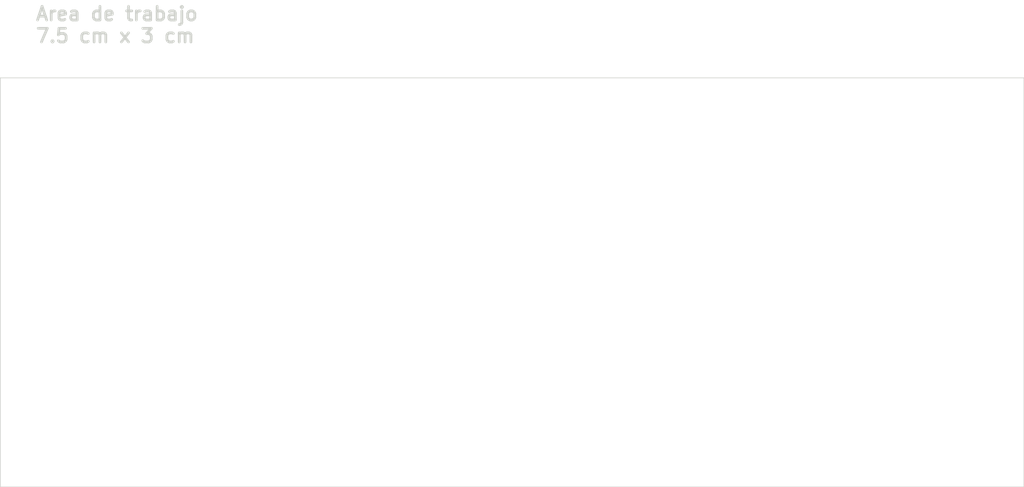
<source format=kicad_pcb>
(kicad_pcb
	(version 20240108)
	(generator "pcbnew")
	(generator_version "8.0")
	(general
		(thickness 1.6)
		(legacy_teardrops no)
	)
	(paper "A4")
	(layers
		(0 "F.Cu" signal)
		(31 "B.Cu" signal)
		(32 "B.Adhes" user "B.Adhesive")
		(33 "F.Adhes" user "F.Adhesive")
		(34 "B.Paste" user)
		(35 "F.Paste" user)
		(36 "B.SilkS" user "B.Silkscreen")
		(37 "F.SilkS" user "F.Silkscreen")
		(38 "B.Mask" user)
		(39 "F.Mask" user)
		(40 "Dwgs.User" user "User.Drawings")
		(41 "Cmts.User" user "User.Comments")
		(42 "Eco1.User" user "User.Eco1")
		(43 "Eco2.User" user "User.Eco2")
		(44 "Edge.Cuts" user)
		(45 "Margin" user)
		(46 "B.CrtYd" user "B.Courtyard")
		(47 "F.CrtYd" user "F.Courtyard")
		(48 "B.Fab" user)
		(49 "F.Fab" user)
		(50 "User.1" user)
		(51 "User.2" user)
		(52 "User.3" user)
		(53 "User.4" user)
		(54 "User.5" user)
		(55 "User.6" user)
		(56 "User.7" user)
		(57 "User.8" user)
		(58 "User.9" user)
	)
	(setup
		(pad_to_mask_clearance 0)
		(allow_soldermask_bridges_in_footprints no)
		(pcbplotparams
			(layerselection 0x00010fc_ffffffff)
			(plot_on_all_layers_selection 0x0000000_00000000)
			(disableapertmacros no)
			(usegerberextensions no)
			(usegerberattributes yes)
			(usegerberadvancedattributes yes)
			(creategerberjobfile yes)
			(dashed_line_dash_ratio 12.000000)
			(dashed_line_gap_ratio 3.000000)
			(svgprecision 4)
			(plotframeref no)
			(viasonmask no)
			(mode 1)
			(useauxorigin no)
			(hpglpennumber 1)
			(hpglpenspeed 20)
			(hpglpendiameter 15.000000)
			(pdf_front_fp_property_popups yes)
			(pdf_back_fp_property_popups yes)
			(dxfpolygonmode yes)
			(dxfimperialunits yes)
			(dxfusepcbnewfont yes)
			(psnegative no)
			(psa4output no)
			(plotreference yes)
			(plotvalue yes)
			(plotfptext yes)
			(plotinvisibletext no)
			(sketchpadsonfab no)
			(subtractmaskfromsilk no)
			(outputformat 1)
			(mirror no)
			(drillshape 1)
			(scaleselection 1)
			(outputdirectory "")
		)
	)
	(net 0 "")
	(gr_line
		(start 100 75)
		(end 175 75)
		(stroke
			(width 0.05)
			(type default)
		)
		(layer "Edge.Cuts")
		(uuid "43a5c55a-3dec-4aa7-9776-7a9d4c138950")
	)
	(gr_line
		(start 175 75)
		(end 175 105)
		(stroke
			(width 0.05)
			(type default)
		)
		(layer "Edge.Cuts")
		(uuid "7d066247-5b60-43fc-84a6-d23456d9c652")
	)
	(gr_line
		(start 100 105)
		(end 100 75)
		(stroke
			(width 0.05)
			(type default)
		)
		(layer "Edge.Cuts")
		(uuid "8304aa2a-5d8d-4494-8c6a-f90d03f26bb9")
	)
	(gr_line
		(start 175 105)
		(end 100 105)
		(stroke
			(width 0.05)
			(type default)
		)
		(layer "Edge.Cuts")
		(uuid "a4d95c1d-40e9-45b8-b015-74315b7e2d71")
	)
	(gr_text "Area de trabajo\n7.5 cm x 3 cm"
		(at 102.5 72.5 0)
		(layer "Edge.Cuts")
		(uuid "02fb6f9a-9ce6-4778-a58a-d6ab06c75dfd")
		(effects
			(font
				(size 1 1)
				(thickness 0.2)
				(bold yes)
			)
			(justify left bottom)
		)
	)
)

</source>
